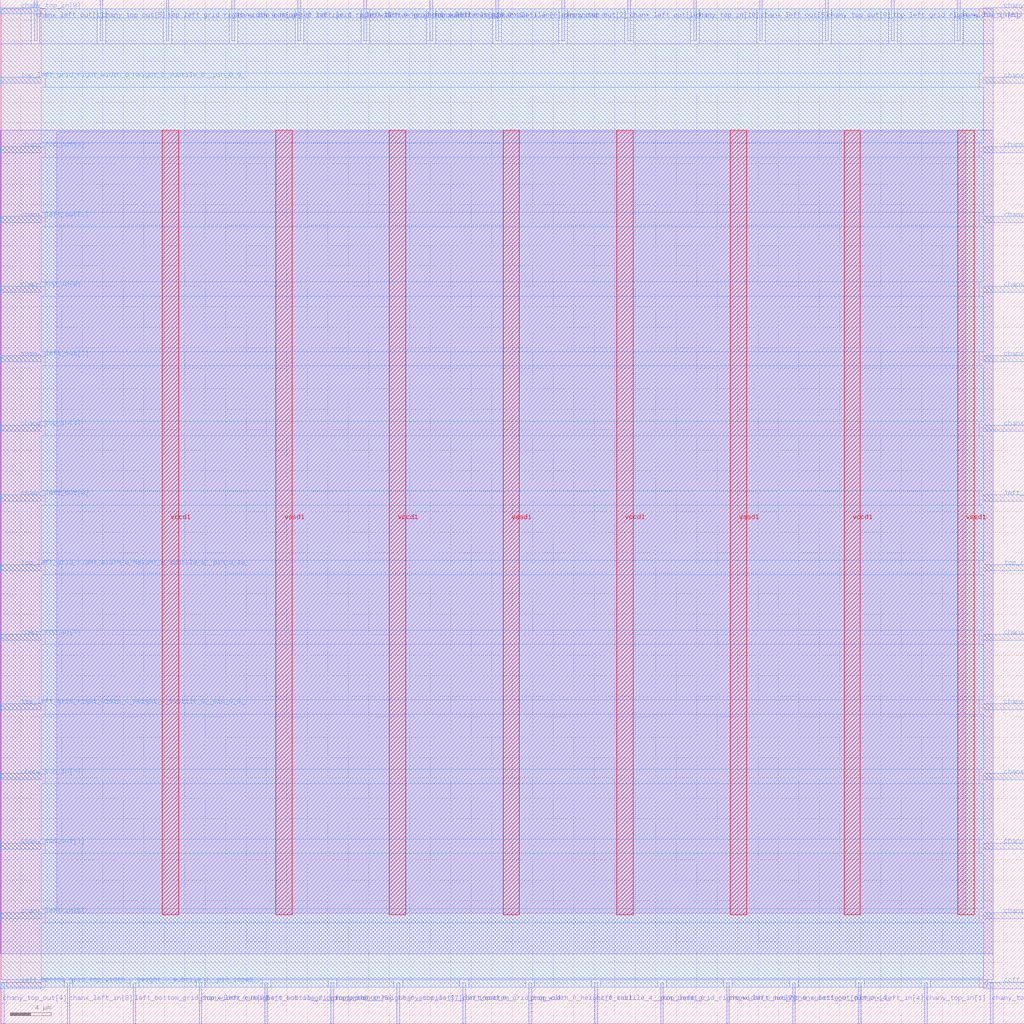
<source format=lef>
VERSION 5.7 ;
  NOWIREEXTENSIONATPIN ON ;
  DIVIDERCHAR "/" ;
  BUSBITCHARS "[]" ;
MACRO sb_4__0_
  CLASS BLOCK ;
  FOREIGN sb_4__0_ ;
  ORIGIN 0.000 0.000 ;
  SIZE 100.000 BY 100.000 ;
  PIN ccff_head
    PORT
      LAYER met3 ;
        RECT 96.000 3.440 100.000 4.040 ;
    END
  END ccff_head
  PIN ccff_tail
    PORT
      LAYER met2 ;
        RECT 58.050 0.000 58.330 4.000 ;
    END
  END ccff_tail
  PIN chanx_left_in[0]
    PORT
      LAYER met2 ;
        RECT 48.390 96.000 48.670 100.000 ;
    END
  END chanx_left_in[0]
  PIN chanx_left_in[10]
    PORT
      LAYER met3 ;
        RECT 96.000 57.840 100.000 58.440 ;
    END
  END chanx_left_in[10]
  PIN chanx_left_in[1]
    PORT
      LAYER met3 ;
        RECT 96.000 91.840 100.000 92.440 ;
    END
  END chanx_left_in[1]
  PIN chanx_left_in[2]
    PORT
      LAYER met3 ;
        RECT 96.000 30.640 100.000 31.240 ;
    END
  END chanx_left_in[2]
  PIN chanx_left_in[3]
    PORT
      LAYER met3 ;
        RECT 96.000 23.840 100.000 24.440 ;
    END
  END chanx_left_in[3]
  PIN chanx_left_in[4]
    PORT
      LAYER met2 ;
        RECT 83.810 0.000 84.090 4.000 ;
    END
  END chanx_left_in[4]
  PIN chanx_left_in[5]
    PORT
      LAYER met3 ;
        RECT 96.000 37.440 100.000 38.040 ;
    END
  END chanx_left_in[5]
  PIN chanx_left_in[6]
    PORT
      LAYER met3 ;
        RECT 0.000 10.240 4.000 10.840 ;
    END
  END chanx_left_in[6]
  PIN chanx_left_in[7]
    PORT
      LAYER met3 ;
        RECT 96.000 85.040 100.000 85.640 ;
    END
  END chanx_left_in[7]
  PIN chanx_left_in[8]
    PORT
      LAYER met2 ;
        RECT 6.530 0.000 6.810 4.000 ;
    END
  END chanx_left_in[8]
  PIN chanx_left_in[9]
    PORT
      LAYER met3 ;
        RECT 96.000 71.440 100.000 72.040 ;
    END
  END chanx_left_in[9]
  PIN chanx_left_out[0]
    PORT
      LAYER met2 ;
        RECT 19.410 0.000 19.690 4.000 ;
    END
  END chanx_left_out[0]
  PIN chanx_left_out[10]
    PORT
      LAYER met2 ;
        RECT 61.270 96.000 61.550 100.000 ;
    END
  END chanx_left_out[10]
  PIN chanx_left_out[1]
    PORT
      LAYER met2 ;
        RECT 3.310 96.000 3.590 100.000 ;
    END
  END chanx_left_out[1]
  PIN chanx_left_out[2]
    PORT
      LAYER met3 ;
        RECT 0.000 78.240 4.000 78.840 ;
    END
  END chanx_left_out[2]
  PIN chanx_left_out[3]
    PORT
      LAYER met3 ;
        RECT 0.000 64.640 4.000 65.240 ;
    END
  END chanx_left_out[3]
  PIN chanx_left_out[4]
    PORT
      LAYER met2 ;
        RECT 41.950 96.000 42.230 100.000 ;
    END
  END chanx_left_out[4]
  PIN chanx_left_out[5]
    PORT
      LAYER met2 ;
        RECT 74.150 96.000 74.430 100.000 ;
    END
  END chanx_left_out[5]
  PIN chanx_left_out[6]
    PORT
      LAYER met2 ;
        RECT 77.370 0.000 77.650 4.000 ;
    END
  END chanx_left_out[6]
  PIN chanx_left_out[7]
    PORT
      LAYER met2 ;
        RECT 70.930 0.000 71.210 4.000 ;
    END
  END chanx_left_out[7]
  PIN chanx_left_out[8]
    PORT
      LAYER met3 ;
        RECT 0.000 51.040 4.000 51.640 ;
    END
  END chanx_left_out[8]
  PIN chanx_left_out[9]
    PORT
      LAYER met3 ;
        RECT 96.000 64.640 100.000 65.240 ;
    END
  END chanx_left_out[9]
  PIN chany_top_in[0]
    PORT
      LAYER met3 ;
        RECT 0.000 23.840 4.000 24.440 ;
    END
  END chany_top_in[0]
  PIN chany_top_in[10]
    PORT
      LAYER met2 ;
        RECT 67.710 96.000 67.990 100.000 ;
    END
  END chany_top_in[10]
  PIN chany_top_in[1]
    PORT
      LAYER met2 ;
        RECT 90.250 0.000 90.530 4.000 ;
    END
  END chany_top_in[1]
  PIN chany_top_in[2]
    PORT
      LAYER met3 ;
        RECT 96.000 10.240 100.000 10.840 ;
    END
  END chany_top_in[2]
  PIN chany_top_in[3]
    PORT
      LAYER met3 ;
        RECT 0.000 57.840 4.000 58.440 ;
    END
  END chany_top_in[3]
  PIN chany_top_in[4]
    PORT
      LAYER met3 ;
        RECT 96.000 17.040 100.000 17.640 ;
    END
  END chany_top_in[4]
  PIN chany_top_in[5]
    PORT
      LAYER met2 ;
        RECT 32.290 0.000 32.570 4.000 ;
    END
  END chany_top_in[5]
  PIN chany_top_in[6]
    PORT
      LAYER met2 ;
        RECT 93.470 96.000 93.750 100.000 ;
    END
  END chany_top_in[6]
  PIN chany_top_in[7]
    PORT
      LAYER met3 ;
        RECT 0.000 37.440 4.000 38.040 ;
    END
  END chany_top_in[7]
  PIN chany_top_in[8]
    PORT
      LAYER met3 ;
        RECT 0.000 98.640 4.000 99.240 ;
    END
  END chany_top_in[8]
  PIN chany_top_in[9]
    PORT
      LAYER met3 ;
        RECT 0.000 71.440 4.000 72.040 ;
    END
  END chany_top_in[9]
  PIN chany_top_out[0]
    PORT
      LAYER met2 ;
        RECT 80.590 96.000 80.870 100.000 ;
    END
  END chany_top_out[0]
  PIN chany_top_out[10]
    PORT
      LAYER met2 ;
        RECT 22.630 96.000 22.910 100.000 ;
    END
  END chany_top_out[10]
  PIN chany_top_out[1]
    PORT
      LAYER met3 ;
        RECT 0.000 17.040 4.000 17.640 ;
    END
  END chany_top_out[1]
  PIN chany_top_out[2]
    PORT
      LAYER met2 ;
        RECT 54.830 96.000 55.110 100.000 ;
    END
  END chany_top_out[2]
  PIN chany_top_out[3]
    PORT
      LAYER met3 ;
        RECT 0.000 85.040 4.000 85.640 ;
    END
  END chany_top_out[3]
  PIN chany_top_out[4]
    PORT
      LAYER met2 ;
        RECT 0.090 0.000 0.370 4.000 ;
    END
  END chany_top_out[4]
  PIN chany_top_out[5]
    PORT
      LAYER met2 ;
        RECT 9.750 96.000 10.030 100.000 ;
    END
  END chany_top_out[5]
  PIN chany_top_out[6]
    PORT
      LAYER met3 ;
        RECT 96.000 98.640 100.000 99.240 ;
    END
  END chany_top_out[6]
  PIN chany_top_out[7]
    PORT
      LAYER met2 ;
        RECT 38.730 0.000 39.010 4.000 ;
    END
  END chany_top_out[7]
  PIN chany_top_out[8]
    PORT
      LAYER met3 ;
        RECT 96.000 78.240 100.000 78.840 ;
    END
  END chany_top_out[8]
  PIN chany_top_out[9]
    PORT
      LAYER met2 ;
        RECT 96.690 0.000 96.970 4.000 ;
    END
  END chany_top_out[9]
  PIN left_bottom_grid_top_width_0_height_0_subtile_0__pin_inpad_0_
    PORT
      LAYER met2 ;
        RECT 35.510 96.000 35.790 100.000 ;
    END
  END left_bottom_grid_top_width_0_height_0_subtile_0__pin_inpad_0_
  PIN left_bottom_grid_top_width_0_height_0_subtile_1__pin_inpad_0_
    PORT
      LAYER met3 ;
        RECT 0.000 3.440 4.000 4.040 ;
    END
  END left_bottom_grid_top_width_0_height_0_subtile_1__pin_inpad_0_
  PIN left_bottom_grid_top_width_0_height_0_subtile_2__pin_inpad_0_
    PORT
      LAYER met2 ;
        RECT 12.970 0.000 13.250 4.000 ;
    END
  END left_bottom_grid_top_width_0_height_0_subtile_2__pin_inpad_0_
  PIN left_bottom_grid_top_width_0_height_0_subtile_3__pin_inpad_0_
    PORT
      LAYER met2 ;
        RECT 25.850 0.000 26.130 4.000 ;
    END
  END left_bottom_grid_top_width_0_height_0_subtile_3__pin_inpad_0_
  PIN left_bottom_grid_top_width_0_height_0_subtile_4__pin_inpad_0_
    PORT
      LAYER met2 ;
        RECT 45.170 0.000 45.450 4.000 ;
    END
  END left_bottom_grid_top_width_0_height_0_subtile_4__pin_inpad_0_
  PIN left_bottom_grid_top_width_0_height_0_subtile_5__pin_inpad_0_
    PORT
      LAYER met3 ;
        RECT 96.000 51.040 100.000 51.640 ;
    END
  END left_bottom_grid_top_width_0_height_0_subtile_5__pin_inpad_0_
  PIN prog_clk
    PORT
      LAYER met2 ;
        RECT 51.610 0.000 51.890 4.000 ;
    END
  END prog_clk
  PIN top_left_grid_right_width_0_height_0_subtile_0__pin_O_10_
    PORT
      LAYER met3 ;
        RECT 0.000 44.240 4.000 44.840 ;
    END
  END top_left_grid_right_width_0_height_0_subtile_0__pin_O_10_
  PIN top_left_grid_right_width_0_height_0_subtile_0__pin_O_11_
    PORT
      LAYER met2 ;
        RECT 87.030 96.000 87.310 100.000 ;
    END
  END top_left_grid_right_width_0_height_0_subtile_0__pin_O_11_
  PIN top_left_grid_right_width_0_height_0_subtile_0__pin_O_12_
    PORT
      LAYER met2 ;
        RECT 16.190 96.000 16.470 100.000 ;
    END
  END top_left_grid_right_width_0_height_0_subtile_0__pin_O_12_
  PIN top_left_grid_right_width_0_height_0_subtile_0__pin_O_13_
    PORT
      LAYER met2 ;
        RECT 29.070 96.000 29.350 100.000 ;
    END
  END top_left_grid_right_width_0_height_0_subtile_0__pin_O_13_
  PIN top_left_grid_right_width_0_height_0_subtile_0__pin_O_14_
    PORT
      LAYER met2 ;
        RECT 64.490 0.000 64.770 4.000 ;
    END
  END top_left_grid_right_width_0_height_0_subtile_0__pin_O_14_
  PIN top_left_grid_right_width_0_height_0_subtile_0__pin_O_8_
    PORT
      LAYER met3 ;
        RECT 0.000 30.640 4.000 31.240 ;
    END
  END top_left_grid_right_width_0_height_0_subtile_0__pin_O_8_
  PIN top_left_grid_right_width_0_height_0_subtile_0__pin_O_9_
    PORT
      LAYER met3 ;
        RECT 0.000 91.840 4.000 92.440 ;
    END
  END top_left_grid_right_width_0_height_0_subtile_0__pin_O_9_
  PIN top_right_grid_left_width_0_height_0_subtile_0__pin_inpad_0_
    PORT
      LAYER met3 ;
        RECT 96.000 44.240 100.000 44.840 ;
    END
  END top_right_grid_left_width_0_height_0_subtile_0__pin_inpad_0_
  PIN vccd1
    PORT
      LAYER met4 ;
        RECT 82.400 10.640 84.000 87.280 ;
    END
    PORT
      LAYER met4 ;
        RECT 60.205 10.640 61.805 87.280 ;
    END
    PORT
      LAYER met4 ;
        RECT 38.010 10.640 39.610 87.280 ;
    END
    PORT
      LAYER met4 ;
        RECT 15.815 10.640 17.415 87.280 ;
    END
  END vccd1
  PIN vssd1
    PORT
      LAYER met4 ;
        RECT 93.495 10.640 95.095 87.280 ;
    END
    PORT
      LAYER met4 ;
        RECT 71.300 10.640 72.900 87.280 ;
    END
    PORT
      LAYER met4 ;
        RECT 49.105 10.640 50.705 87.280 ;
    END
    PORT
      LAYER met4 ;
        RECT 26.910 10.640 28.510 87.280 ;
    END
  END vssd1
  OBS
      LAYER li1 ;
        RECT 5.520 10.795 94.300 87.125 ;
      LAYER met1 ;
        RECT 0.070 6.840 96.990 87.280 ;
      LAYER met2 ;
        RECT 0.100 95.720 3.030 99.125 ;
        RECT 3.870 95.720 9.470 99.125 ;
        RECT 10.310 95.720 15.910 99.125 ;
        RECT 16.750 95.720 22.350 99.125 ;
        RECT 23.190 95.720 28.790 99.125 ;
        RECT 29.630 95.720 35.230 99.125 ;
        RECT 36.070 95.720 41.670 99.125 ;
        RECT 42.510 95.720 48.110 99.125 ;
        RECT 48.950 95.720 54.550 99.125 ;
        RECT 55.390 95.720 60.990 99.125 ;
        RECT 61.830 95.720 67.430 99.125 ;
        RECT 68.270 95.720 73.870 99.125 ;
        RECT 74.710 95.720 80.310 99.125 ;
        RECT 81.150 95.720 86.750 99.125 ;
        RECT 87.590 95.720 93.190 99.125 ;
        RECT 94.030 95.720 96.960 99.125 ;
        RECT 0.100 4.280 96.960 95.720 ;
        RECT 0.650 3.555 6.250 4.280 ;
        RECT 7.090 3.555 12.690 4.280 ;
        RECT 13.530 3.555 19.130 4.280 ;
        RECT 19.970 3.555 25.570 4.280 ;
        RECT 26.410 3.555 32.010 4.280 ;
        RECT 32.850 3.555 38.450 4.280 ;
        RECT 39.290 3.555 44.890 4.280 ;
        RECT 45.730 3.555 51.330 4.280 ;
        RECT 52.170 3.555 57.770 4.280 ;
        RECT 58.610 3.555 64.210 4.280 ;
        RECT 65.050 3.555 70.650 4.280 ;
        RECT 71.490 3.555 77.090 4.280 ;
        RECT 77.930 3.555 83.530 4.280 ;
        RECT 84.370 3.555 89.970 4.280 ;
        RECT 90.810 3.555 96.410 4.280 ;
      LAYER met3 ;
        RECT 4.400 98.240 95.600 99.105 ;
        RECT 4.000 92.840 96.060 98.240 ;
        RECT 4.400 91.440 95.600 92.840 ;
        RECT 4.000 86.040 96.060 91.440 ;
        RECT 4.400 84.640 95.600 86.040 ;
        RECT 4.000 79.240 96.060 84.640 ;
        RECT 4.400 77.840 95.600 79.240 ;
        RECT 4.000 72.440 96.060 77.840 ;
        RECT 4.400 71.040 95.600 72.440 ;
        RECT 4.000 65.640 96.060 71.040 ;
        RECT 4.400 64.240 95.600 65.640 ;
        RECT 4.000 58.840 96.060 64.240 ;
        RECT 4.400 57.440 95.600 58.840 ;
        RECT 4.000 52.040 96.060 57.440 ;
        RECT 4.400 50.640 95.600 52.040 ;
        RECT 4.000 45.240 96.060 50.640 ;
        RECT 4.400 43.840 95.600 45.240 ;
        RECT 4.000 38.440 96.060 43.840 ;
        RECT 4.400 37.040 95.600 38.440 ;
        RECT 4.000 31.640 96.060 37.040 ;
        RECT 4.400 30.240 95.600 31.640 ;
        RECT 4.000 24.840 96.060 30.240 ;
        RECT 4.400 23.440 95.600 24.840 ;
        RECT 4.000 18.040 96.060 23.440 ;
        RECT 4.400 16.640 95.600 18.040 ;
        RECT 4.000 11.240 96.060 16.640 ;
        RECT 4.400 9.840 95.600 11.240 ;
        RECT 4.000 4.440 96.060 9.840 ;
        RECT 4.400 3.575 95.600 4.440 ;
  END
END sb_4__0_
END LIBRARY


</source>
